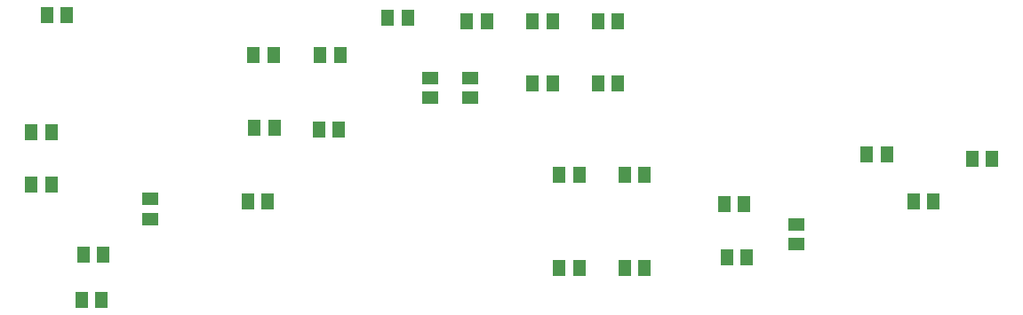
<source format=gbr>
G04 #@! TF.GenerationSoftware,KiCad,Pcbnew,(5.1.4-0-10_14)*
G04 #@! TF.CreationDate,2019-09-22T18:22:58+01:00*
G04 #@! TF.ProjectId,knobs,6b6e6f62-732e-46b6-9963-61645f706362,rev?*
G04 #@! TF.SameCoordinates,Original*
G04 #@! TF.FileFunction,Paste,Top*
G04 #@! TF.FilePolarity,Positive*
%FSLAX46Y46*%
G04 Gerber Fmt 4.6, Leading zero omitted, Abs format (unit mm)*
G04 Created by KiCad (PCBNEW (5.1.4-0-10_14)) date 2019-09-22 18:22:58*
%MOMM*%
%LPD*%
G04 APERTURE LIST*
%ADD10R,1.300000X1.500000*%
%ADD11R,1.500000X1.300000*%
G04 APERTURE END LIST*
D10*
X162050000Y-104365000D03*
X163950000Y-104365000D03*
X155800000Y-104365000D03*
X157700000Y-104365000D03*
X151445000Y-98425000D03*
X149545000Y-98425000D03*
X163950000Y-98425000D03*
X162050000Y-98425000D03*
X160240000Y-121985000D03*
X158340000Y-121985000D03*
X160240000Y-113030000D03*
X158340000Y-113030000D03*
X175956000Y-115824000D03*
X174056000Y-115824000D03*
X131230000Y-108585000D03*
X129330000Y-108585000D03*
X192090000Y-115570000D03*
X193990000Y-115570000D03*
X155800000Y-98425000D03*
X157700000Y-98425000D03*
X187645000Y-111125000D03*
X189545000Y-111125000D03*
X199578000Y-111506000D03*
X197678000Y-111506000D03*
X166490000Y-121985000D03*
X164590000Y-121985000D03*
X166490000Y-113030000D03*
X164590000Y-113030000D03*
D11*
X180975000Y-117795000D03*
X180975000Y-119695000D03*
D10*
X174310000Y-120904000D03*
X176210000Y-120904000D03*
X143930000Y-98095000D03*
X142030000Y-98095000D03*
X131125000Y-101600000D03*
X129225000Y-101600000D03*
X137475000Y-101600000D03*
X135575000Y-101600000D03*
X111440000Y-97790000D03*
X109540000Y-97790000D03*
X109950000Y-109000000D03*
X108050000Y-109000000D03*
X109950000Y-114000000D03*
X108050000Y-114000000D03*
X114930000Y-120650000D03*
X113030000Y-120650000D03*
X130595000Y-115635000D03*
X128695000Y-115635000D03*
X137348000Y-108712000D03*
X135448000Y-108712000D03*
D11*
X149860000Y-103825000D03*
X149860000Y-105725000D03*
X146050000Y-103825000D03*
X146050000Y-105725000D03*
X119380000Y-115382000D03*
X119380000Y-117282000D03*
D10*
X112842000Y-124968000D03*
X114742000Y-124968000D03*
M02*

</source>
